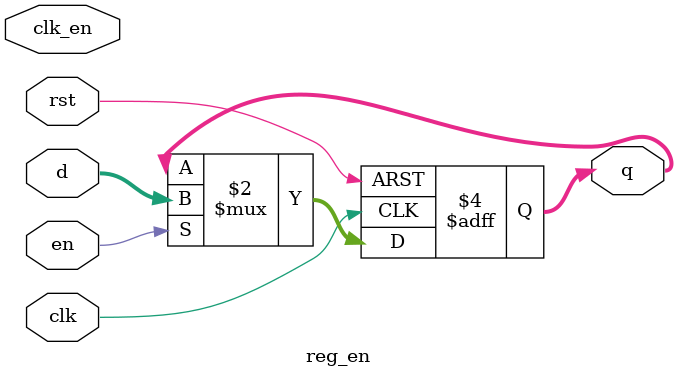
<source format=sv>

module reg_en
    #(
        parameter N = 32,
        parameter INIT = 0
    )
    (
        input logic clk, clk_en, rst,
        input logic en,
        input logic [N-1:0] d,
        output logic [N-1:0] q
    );
    
    always_ff @(posedge clk, posedge rst)
        if (rst)
            q <= INIT;
        else if (en)
            q <= d;
endmodule

</source>
